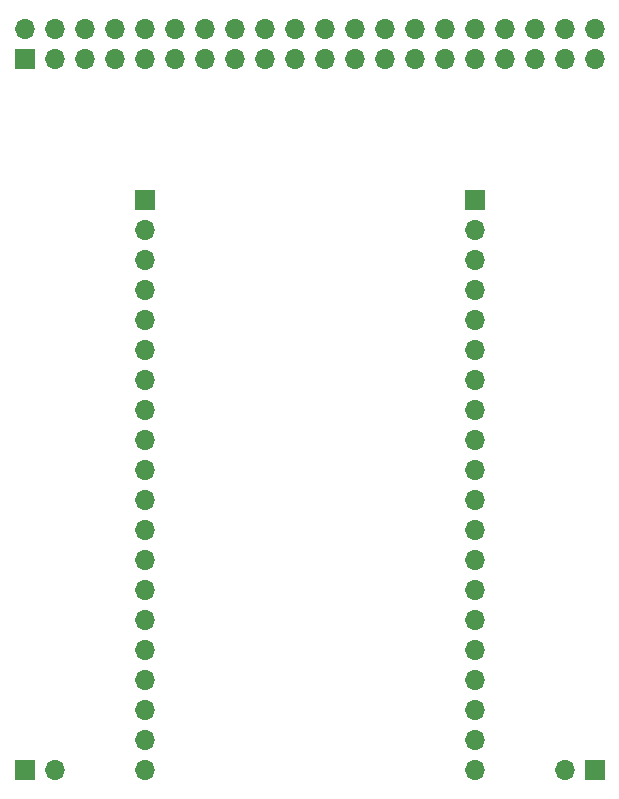
<source format=gbr>
%TF.GenerationSoftware,KiCad,Pcbnew,(5.1.9)-1*%
%TF.CreationDate,2021-12-07T00:28:53+09:00*%
%TF.ProjectId,pi-extend,70692d65-7874-4656-9e64-2e6b69636164,rev?*%
%TF.SameCoordinates,Original*%
%TF.FileFunction,Soldermask,Bot*%
%TF.FilePolarity,Negative*%
%FSLAX46Y46*%
G04 Gerber Fmt 4.6, Leading zero omitted, Abs format (unit mm)*
G04 Created by KiCad (PCBNEW (5.1.9)-1) date 2021-12-07 00:28:53*
%MOMM*%
%LPD*%
G01*
G04 APERTURE LIST*
%ADD10R,1.700000X1.700000*%
%ADD11O,1.700000X1.700000*%
G04 APERTURE END LIST*
D10*
%TO.C,J1*%
X126720600Y-69342000D03*
D11*
X126720600Y-66802000D03*
X129260600Y-69342000D03*
X129260600Y-66802000D03*
X131800600Y-69342000D03*
X131800600Y-66802000D03*
X134340600Y-69342000D03*
X134340600Y-66802000D03*
X136880600Y-69342000D03*
X136880600Y-66802000D03*
X139420600Y-69342000D03*
X139420600Y-66802000D03*
X141960600Y-69342000D03*
X141960600Y-66802000D03*
X144500600Y-69342000D03*
X144500600Y-66802000D03*
X147040600Y-69342000D03*
X147040600Y-66802000D03*
X149580600Y-69342000D03*
X149580600Y-66802000D03*
X152120600Y-69342000D03*
X152120600Y-66802000D03*
X154660600Y-69342000D03*
X154660600Y-66802000D03*
X157200600Y-69342000D03*
X157200600Y-66802000D03*
X159740600Y-69342000D03*
X159740600Y-66802000D03*
X162280600Y-69342000D03*
X162280600Y-66802000D03*
X164820600Y-69342000D03*
X164820600Y-66802000D03*
X167360600Y-69342000D03*
X167360600Y-66802000D03*
X169900600Y-69342000D03*
X169900600Y-66802000D03*
X172440600Y-69342000D03*
X172440600Y-66802000D03*
X174980600Y-69342000D03*
X174980600Y-66802000D03*
%TD*%
D10*
%TO.C,J2*%
X136880600Y-81305400D03*
D11*
X136880600Y-83845400D03*
X136880600Y-86385400D03*
X136880600Y-88925400D03*
X136880600Y-91465400D03*
X136880600Y-94005400D03*
X136880600Y-96545400D03*
X136880600Y-99085400D03*
X136880600Y-101625400D03*
X136880600Y-104165400D03*
X136880600Y-106705400D03*
X136880600Y-109245400D03*
X136880600Y-111785400D03*
X136880600Y-114325400D03*
X136880600Y-116865400D03*
X136880600Y-119405400D03*
X136880600Y-121945400D03*
X136880600Y-124485400D03*
X136880600Y-127025400D03*
X136880600Y-129565400D03*
%TD*%
%TO.C,J3*%
X164820600Y-129565400D03*
X164820600Y-127025400D03*
X164820600Y-124485400D03*
X164820600Y-121945400D03*
X164820600Y-119405400D03*
X164820600Y-116865400D03*
X164820600Y-114325400D03*
X164820600Y-111785400D03*
X164820600Y-109245400D03*
X164820600Y-106705400D03*
X164820600Y-104165400D03*
X164820600Y-101625400D03*
X164820600Y-99085400D03*
X164820600Y-96545400D03*
X164820600Y-94005400D03*
X164820600Y-91465400D03*
X164820600Y-88925400D03*
X164820600Y-86385400D03*
X164820600Y-83845400D03*
D10*
X164820600Y-81305400D03*
%TD*%
%TO.C,J4*%
X126720600Y-129565400D03*
D11*
X129260600Y-129565400D03*
%TD*%
%TO.C,J5*%
X172440600Y-129565400D03*
D10*
X174980600Y-129565400D03*
%TD*%
M02*

</source>
